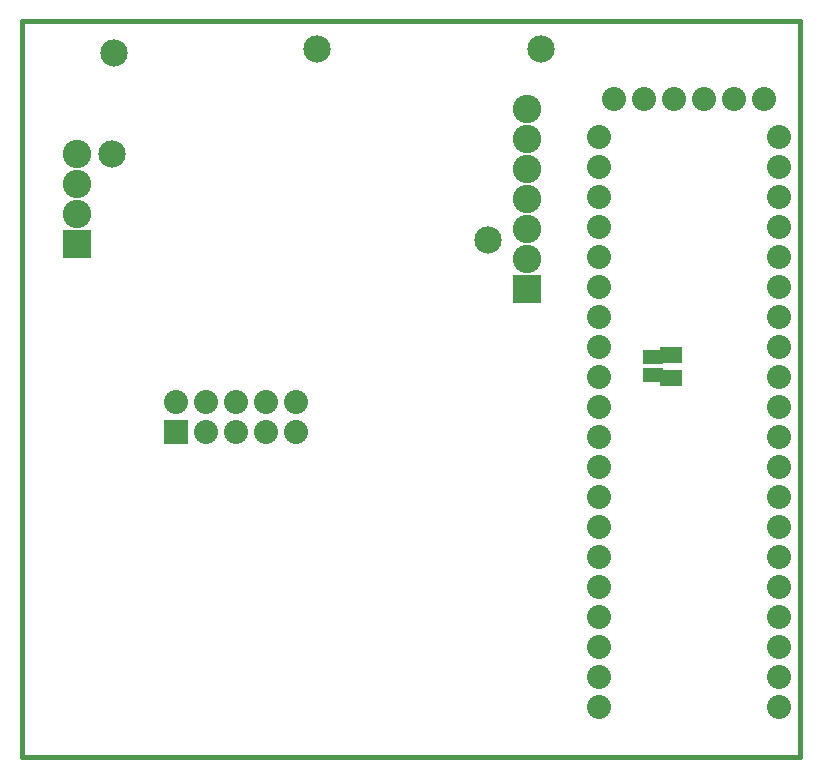
<source format=gbs>
G04 (created by PCBNEW-RS274X (2010-03-14)-final) date lun 07 nov 2011 20:25:05 ART*
G01*
G70*
G90*
%MOIN*%
G04 Gerber Fmt 3.4, Leading zero omitted, Abs format*
%FSLAX34Y34*%
G04 APERTURE LIST*
%ADD10C,0.000100*%
%ADD11C,0.015000*%
%ADD12R,0.075000X0.055000*%
%ADD13R,0.065000X0.045000*%
%ADD14O,0.080000X0.080000*%
%ADD15R,0.080000X0.080000*%
%ADD16C,0.080000*%
%ADD17R,0.095000X0.095000*%
%ADD18C,0.095000*%
%ADD19C,0.090900*%
G04 APERTURE END LIST*
G54D10*
G54D11*
X33250Y-11250D02*
X33250Y-11450D01*
X59200Y-11250D02*
X33250Y-11250D01*
X59200Y-11800D02*
X59200Y-11250D01*
X59200Y-35800D02*
X59200Y-11800D01*
X33250Y-35800D02*
X59200Y-35800D01*
X33250Y-11350D02*
X33250Y-35800D01*
G54D12*
X54875Y-22400D03*
X54875Y-23150D03*
G54D13*
X54275Y-22475D03*
X54275Y-23075D03*
G54D14*
X58475Y-34125D03*
X58475Y-33125D03*
X58475Y-32125D03*
X58475Y-31125D03*
X58475Y-30125D03*
X58475Y-29125D03*
X58475Y-28125D03*
X58475Y-27125D03*
X58475Y-26125D03*
X58475Y-25125D03*
X58475Y-24125D03*
X58475Y-23125D03*
X58475Y-22125D03*
X58475Y-21125D03*
X58475Y-20125D03*
X58475Y-19125D03*
X58475Y-18125D03*
X58475Y-17125D03*
X58475Y-16125D03*
X58475Y-15125D03*
X52475Y-34125D03*
X52475Y-33125D03*
X52475Y-32125D03*
X52475Y-31125D03*
X52475Y-30125D03*
X52475Y-29125D03*
X52475Y-28125D03*
X52475Y-27125D03*
X52475Y-26125D03*
X52475Y-25125D03*
X52475Y-24125D03*
X52475Y-23125D03*
X52475Y-22125D03*
X52475Y-21125D03*
X52475Y-20125D03*
X52475Y-19125D03*
X52475Y-18125D03*
X52475Y-17125D03*
X52475Y-16125D03*
X52475Y-15125D03*
X52975Y-13875D03*
X53975Y-13875D03*
X54975Y-13875D03*
X55975Y-13875D03*
X56975Y-13875D03*
X57975Y-13875D03*
G54D15*
X38400Y-24950D03*
G54D16*
X38400Y-23950D03*
X39400Y-24950D03*
X39400Y-23950D03*
X40400Y-24950D03*
X40400Y-23950D03*
X41400Y-24950D03*
X41400Y-23950D03*
X42400Y-24950D03*
X42400Y-23950D03*
G54D17*
X50100Y-20200D03*
G54D18*
X50100Y-19200D03*
X50100Y-18200D03*
X50100Y-17200D03*
X50100Y-16200D03*
X50100Y-15200D03*
X50100Y-14200D03*
G54D17*
X35100Y-18700D03*
G54D18*
X35100Y-17700D03*
X35100Y-16700D03*
X35100Y-15700D03*
G54D19*
X48800Y-18550D03*
X50550Y-12200D03*
X36250Y-15700D03*
X43100Y-12200D03*
X36325Y-12325D03*
M02*

</source>
